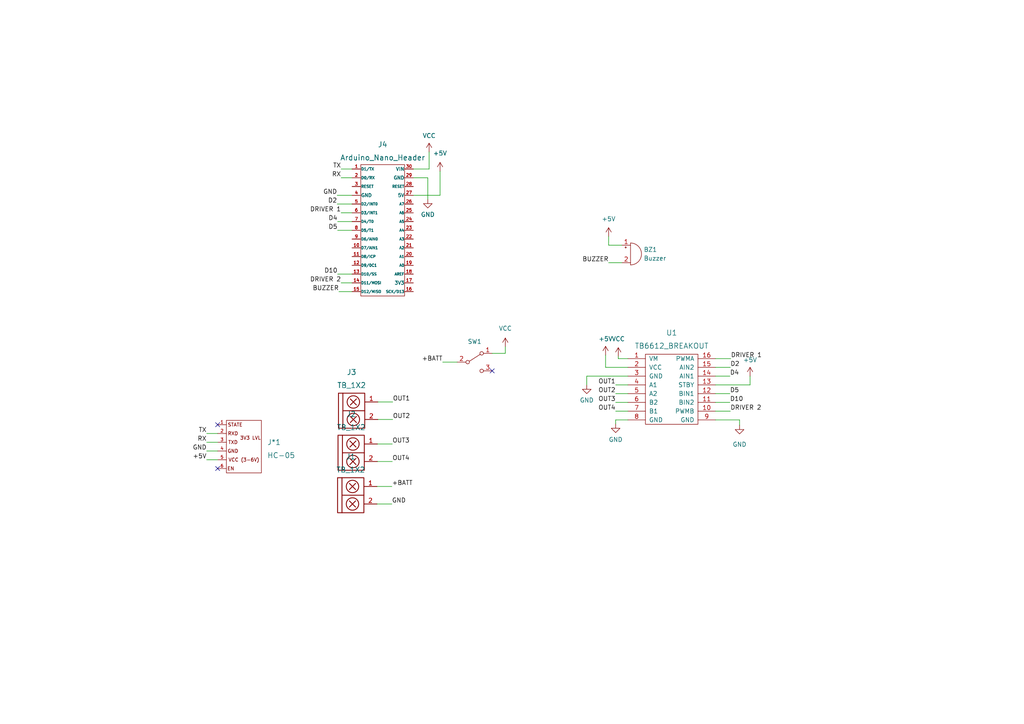
<source format=kicad_sch>
(kicad_sch (version 20211123) (generator eeschema)
  (paper "A4")
  (lib_symbols
    (symbol "EESTN5:Arduino_Nano_Header" (pin_names (offset 0.0254))
      (property "Reference" "J" (at 0 20.32 0))
      (property "Value" "Arduino_Nano_Header" (at 0 -20.32 0))
      (symbol "Arduino_Nano_Header_0_1"
        (rectangle (start 6.35 -19.05) (end -6.35 19.05))
      )
      (symbol "Arduino_Nano_Header_1_1"
        (pin passive line (at -8.89 17.78 0) (length 2.54) (name "D1/TX") (number "1"))
        (pin passive line (at -8.89 -5.08 0) (length 2.54) (name "D7/AIN1") (number "10"))
        (pin passive line (at -8.89 -7.62 0) (length 2.54) (name "D8/ICP") (number "11"))
        (pin passive line (at -8.89 -10.16 0) (length 2.54) (name "D9/0C1") (number "12"))
        (pin passive line (at -8.89 -12.7 0) (length 2.54) (name "D10/SS") (number "13"))
        (pin passive line (at -8.89 -15.24 0) (length 2.54) (name "D11/MOSI") (number "14"))
        (pin passive line (at -8.89 -17.78 0) (length 2.54) (name "D12/MISO") (number "15"))
        (pin passive line (at 8.89 -17.78 180) (length 2.54) (name "SCK/D13") (number "16"))
        (pin passive line (at 8.89 -15.24 180) (length 2.54) (name "3V3") (number "17"))
        (pin passive line (at 8.89 -12.7 180) (length 2.54) (name "AREF") (number "18"))
        (pin passive line (at 8.89 -10.16 180) (length 2.54) (name "A0") (number "19"))
        (pin passive line (at -8.89 15.24 0) (length 2.54) (name "D0/RX") (number "2"))
        (pin passive line (at 8.89 -7.62 180) (length 2.54) (name "A1") (number "20"))
        (pin passive line (at 8.89 -5.08 180) (length 2.54) (name "A2") (number "21"))
        (pin passive line (at 8.89 -2.54 180) (length 2.54) (name "A3") (number "22"))
        (pin passive line (at 8.89 0 180) (length 2.54) (name "A4") (number "23"))
        (pin passive line (at 8.89 2.54 180) (length 2.54) (name "A5") (number "24"))
        (pin passive line (at 8.89 5.08 180) (length 2.54) (name "A6") (number "25"))
        (pin passive line (at 8.89 7.62 180) (length 2.54) (name "A7") (number "26"))
        (pin passive line (at 8.89 10.16 180) (length 2.54) (name "5V") (number "27"))
        (pin passive line (at 8.89 12.7 180) (length 2.54) (name "RESET") (number "28"))
        (pin passive line (at 8.89 15.24 180) (length 2.54) (name "GND") (number "29"))
        (pin passive line (at -8.89 12.7 0) (length 2.54) (name "RESET") (number "3"))
        (pin passive line (at 8.89 17.78 180) (length 2.54) (name "VIN") (number "30"))
        (pin passive line (at -8.89 10.16 0) (length 2.54) (name "GND") (number "4"))
        (pin passive line (at -8.89 7.62 0) (length 2.54) (name "D2/INT0") (number "5"))
        (pin passive line (at -8.89 5.08 0) (length 2.54) (name "D3/INT1") (number "6"))
        (pin passive line (at -8.89 2.54 0) (length 2.54) (name "D4/T0") (number "7"))
        (pin passive line (at -8.89 0 0) (length 2.54) (name "D5/T1") (number "8"))
        (pin passive line (at -8.89 -2.54 0) (length 2.54) (name "D6/AIN0") (number "9"))
      )
    )
    (symbol "EESTN5:Buzzer" (pin_names (offset 0.0254) hide)
      (property "Reference" "BZ" (at 3.81 1.27 0))
      (property "Value" "Buzzer" (at 3.81 -1.27 0))
      (symbol "Buzzer_0_1"
        (arc (start 0 -3.175) (mid 3.175 0) (end 0 3.175))
        (polyline (pts (xy -1.651 1.905) (xy -1.143 1.905)))
        (polyline (pts (xy -1.397 2.159) (xy -1.397 1.651)))
        (polyline (pts (xy 0 3.175) (xy 0 -3.175)))
      )
      (symbol "Buzzer_1_1"
        (pin passive line (at -2.54 2.54 0) (length 2.54) (name "-") (number "1"))
        (pin passive line (at -2.54 -2.54 0) (length 2.54) (name "+") (number "2"))
      )
    )
    (symbol "EESTN5:HC-05" (pin_names (offset 0))
      (property "Reference" "J*" (at 1.27 10.16 0))
      (property "Value" "HC-05" (at 1.27 -10.16 0))
      (symbol "HC-05_0_0"
        (text "3V3 LVL" (at 6.985 2.54 0) (effects (font (size 0.9906 0.9906))))
        (text "EN" (at 1.27 -6.35 0) (effects (font (size 0.9906 0.9906))))
        (text "GND" (at 1.905 -1.27 0) (effects (font (size 0.9906 0.9906))))
        (text "RXD" (at 1.905 3.81 0) (effects (font (size 0.9906 0.9906))))
        (text "STATE" (at 2.54 6.35 0) (effects (font (size 0.9906 0.9906))))
        (text "TXD" (at 1.905 1.27 0) (effects (font (size 0.9906 0.9906))))
        (text "VCC (3-6V)" (at 5.08 -3.81 0) (effects (font (size 0.9906 0.9906))))
      )
      (symbol "HC-05_0_1"
        (rectangle (start 0 7.62) (end 10.16 -7.62))
      )
      (symbol "HC-05_1_1"
        (pin passive line (at -2.54 6.35 0) (length 2.54) (name "~") (number "1"))
        (pin passive line (at -2.54 3.81 0) (length 2.54) (name "~") (number "2"))
        (pin passive line (at -2.54 1.27 0) (length 2.54) (name "~") (number "3"))
        (pin passive line (at -2.54 -1.27 0) (length 2.54) (name "~") (number "4"))
        (pin input line (at -2.54 -3.81 0) (length 2.54) (name "~") (number "5"))
        (pin input line (at -2.54 -6.35 0) (length 2.54) (name "~") (number "6"))
      )
    )
    (symbol "EESTN5:SW_SPDT" (pin_names (offset 0) hide)
      (property "Reference" "SW" (at 0 4.318 0))
      (symbol "SW_SPDT_0_0"
        (circle (center -2.032 0) (radius 0.508))
        (circle (center 2.032 -2.54) (radius 0.508))
      )
      (symbol "SW_SPDT_0_1"
        (polyline (pts (xy -1.524 0.254) (xy 1.651 2.286)))
        (circle (center 2.032 2.54) (radius 0.508))
      )
      (symbol "SW_SPDT_1_1"
        (pin passive line (at 5.08 2.54 180) (length 2.54) (name "A") (number "1"))
        (pin passive line (at -5.08 0 0) (length 2.54) (name "B") (number "2"))
        (pin passive line (at 5.08 -2.54 180) (length 2.54) (name "C") (number "3"))
      )
    )
    (symbol "EESTN5:TB6612_BREAKOUT" (pin_names (offset 1.016))
      (property "Reference" "U" (at 0 11.43 0))
      (property "Value" "TB6612_BREAKOUT" (at 0 -13.97 0))
      (symbol "TB6612_BREAKOUT_0_1"
        (rectangle (start -7.62 10.16) (end 7.62 -10.16))
      )
      (symbol "TB6612_BREAKOUT_1_1"
        (pin passive line (at -12.7 8.89 0) (length 5.08) (name "VM") (number "1"))
        (pin passive line (at 12.7 -6.35 180) (length 5.08) (name "PWMB") (number "10"))
        (pin passive line (at 12.7 -3.81 180) (length 5.08) (name "BIN2") (number "11"))
        (pin passive line (at 12.7 -1.27 180) (length 5.08) (name "BIN1") (number "12"))
        (pin passive line (at 12.7 1.27 180) (length 5.08) (name "STBY") (number "13"))
        (pin passive line (at 12.7 3.81 180) (length 5.08) (name "AIN1") (number "14"))
        (pin passive line (at 12.7 6.35 180) (length 5.08) (name "AIN2") (number "15"))
        (pin passive line (at 12.7 8.89 180) (length 5.08) (name "PWMA") (number "16"))
        (pin passive line (at -12.7 6.35 0) (length 5.08) (name "VCC") (number "2"))
        (pin passive line (at -12.7 3.81 0) (length 5.08) (name "GND") (number "3"))
        (pin passive line (at -12.7 1.27 0) (length 5.08) (name "A1") (number "4"))
        (pin passive line (at -12.7 -1.27 0) (length 5.08) (name "A2") (number "5"))
        (pin passive line (at -12.7 -3.81 0) (length 5.08) (name "B2") (number "6"))
        (pin passive line (at -12.7 -6.35 0) (length 5.08) (name "B1") (number "7"))
        (pin passive line (at -12.7 -8.89 0) (length 5.08) (name "GND") (number "8"))
        (pin passive line (at 12.7 -8.89 180) (length 5.08) (name "GND") (number "9"))
      )
    )
    (symbol "EESTN5:TB_1X2" (pin_names (offset 1.016))
      (property "Reference" "J" (at 0 7.62 0))
      (property "Value" "TB_1X2" (at 1.27 -7.62 0))
      (symbol "TB_1X2_0_1"
        (rectangle (start -2.54 5.08) (end 5.08 -5.08) (stroke (width 0.254)))
        (polyline (pts (xy -1.27 0) (xy 5.08 0)) (stroke (width 0.254)))
        (polyline (pts (xy -1.27 5.08) (xy -1.27 -5.08)) (stroke (width 0.254)))
        (polyline (pts (xy 0.889 -3.429) (xy 2.667 -1.651)) (stroke (width 0.254)))
        (polyline (pts (xy 0.889 -1.651) (xy 2.667 -3.429)) (stroke (width 0.254)))
        (polyline (pts (xy 0.889 1.651) (xy 2.667 3.429)) (stroke (width 0.254)))
        (polyline (pts (xy 0.889 3.429) (xy 2.667 1.651)) (stroke (width 0.254)))
        (circle (center 1.778 -2.54) (radius 1.8034) (stroke (width 0.254)))
        (circle (center 1.778 2.54) (radius 1.8034) (stroke (width 0.254)))
      )
      (symbol "TB_1X2_1_1"
        (pin input line (at 8.89 2.54 180) (length 3.81) (name "~") (number "1"))
        (pin input line (at 8.89 -2.54 180) (length 3.81) (name "~") (number "2"))
      )
    )
    (symbol "VCC_1" (power) (pin_names (offset 0))
      (property "Value" "VCC_1" (at 0 3.81 0))
      (symbol "VCC_1_0_1"
        (polyline (pts (xy -0.762 1.27) (xy 0 2.54)))
        (polyline (pts (xy 0 0) (xy 0 2.54)))
        (polyline (pts (xy 0 2.54) (xy 0.762 1.27)))
      )
      (symbol "VCC_1_1_1"
        (pin power_in line (at 0 0 90) (length 0) hide (name "VCC") (number "1"))
      )
    )
    (symbol "power:+5V" (power) (pin_names (offset 0))
      (property "Value" "+5V" (at 0 3.556 0))
      (symbol "+5V_0_1"
        (polyline (pts (xy -0.762 1.27) (xy 0 2.54)))
        (polyline (pts (xy 0 0) (xy 0 2.54)))
        (polyline (pts (xy 0 2.54) (xy 0.762 1.27)))
      )
      (symbol "+5V_1_1"
        (pin power_in line (at 0 0 90) (length 0) hide (name "+5V") (number "1"))
      )
    )
    (symbol "power:GND" (power) (pin_names (offset 0))
      (property "Value" "GND" (at 0 -3.81 0))
      (symbol "GND_0_1"
        (polyline (pts (xy 0 0) (xy 0 -1.27) (xy 1.27 -1.27) (xy 0 -2.54) (xy -1.27 -1.27) (xy 0 -1.27)))
      )
      (symbol "GND_1_1"
        (pin power_in line (at 0 0 270) (length 0) hide (name "GND") (number "1"))
      )
    )
    (symbol "power:VCC" (power) (pin_names (offset 0))
      (property "Value" "VCC" (at 0 3.81 0))
      (symbol "VCC_0_1"
        (polyline (pts (xy -0.762 1.27) (xy 0 2.54)))
        (polyline (pts (xy 0 0) (xy 0 2.54)))
        (polyline (pts (xy 0 2.54) (xy 0.762 1.27)))
      )
      (symbol "VCC_1_1"
        (pin power_in line (at 0 0 90) (length 0) hide (name "VCC") (number "1"))
      )
    )
  )
  (no_connect (at 142.748 107.569))
  (no_connect (at 63.119 123.19))
  (no_connect (at 63.119 135.89))
  (wire (pts (xy 207.518 111.633) (xy 217.551 111.633)))
  (wire (pts (xy 59.944 128.27) (xy 63.119 128.27)))
  (wire (pts (xy 102.108 59.182) (xy 97.79 59.182)))
  (wire (pts (xy 128.397 105.029) (xy 132.588 105.029)))
  (wire (pts (xy 98.298 84.582) (xy 102.108 84.582)))
  (wire (pts (xy 175.641 102.997) (xy 175.641 106.553)))
  (wire (pts (xy 146.558 100.584) (xy 146.558 102.489)))
  (wire (pts (xy 59.944 133.35) (xy 63.119 133.35)))
  (wire (pts (xy 178.562 121.793) (xy 178.562 122.936)))
  (wire (pts (xy 124.079 51.562) (xy 124.079 57.785)))
  (wire (pts (xy 180.34 71.12) (xy 176.53 71.12)))
  (wire (pts (xy 119.888 56.642) (xy 127.635 56.642)))
  (wire (pts (xy 182.118 104.013) (xy 179.324 104.013)))
  (wire (pts (xy 97.79 56.642) (xy 102.108 56.642)))
  (wire (pts (xy 182.118 111.633) (xy 178.562 111.633)))
  (wire (pts (xy 182.118 109.093) (xy 170.18 109.093)))
  (wire (pts (xy 102.108 64.262) (xy 97.917 64.262)))
  (wire (pts (xy 124.46 44.069) (xy 124.46 49.022)))
  (wire (pts (xy 127.635 49.657) (xy 127.635 56.642)))
  (wire (pts (xy 119.888 49.022) (xy 124.46 49.022)))
  (wire (pts (xy 109.601 116.586) (xy 113.919 116.586)))
  (wire (pts (xy 109.601 121.666) (xy 113.919 121.666)))
  (wire (pts (xy 217.551 109.093) (xy 217.551 111.633)))
  (wire (pts (xy 182.118 116.713) (xy 178.562 116.713)))
  (wire (pts (xy 207.518 114.173) (xy 211.709 114.173)))
  (wire (pts (xy 142.748 102.489) (xy 146.558 102.489)))
  (wire (pts (xy 207.518 109.093) (xy 211.709 109.093)))
  (wire (pts (xy 98.933 51.562) (xy 102.108 51.562)))
  (wire (pts (xy 119.888 51.562) (xy 124.079 51.562)))
  (wire (pts (xy 98.933 82.042) (xy 102.108 82.042)))
  (wire (pts (xy 176.53 76.2) (xy 180.34 76.2)))
  (wire (pts (xy 214.503 121.793) (xy 214.503 123.317)))
  (wire (pts (xy 170.18 109.093) (xy 170.18 111.633)))
  (wire (pts (xy 98.933 61.722) (xy 102.108 61.722)))
  (wire (pts (xy 59.944 130.81) (xy 63.119 130.81)))
  (wire (pts (xy 207.518 104.013) (xy 211.963 104.013)))
  (wire (pts (xy 207.518 116.713) (xy 211.709 116.713)))
  (wire (pts (xy 109.347 146.177) (xy 113.665 146.177)))
  (wire (pts (xy 182.118 119.253) (xy 178.562 119.253)))
  (wire (pts (xy 207.518 106.553) (xy 211.836 106.553)))
  (wire (pts (xy 102.108 79.502) (xy 97.917 79.502)))
  (wire (pts (xy 109.474 128.778) (xy 113.792 128.778)))
  (wire (pts (xy 176.53 68.58) (xy 176.53 71.12)))
  (wire (pts (xy 207.518 121.793) (xy 214.503 121.793)))
  (wire (pts (xy 98.933 49.022) (xy 102.108 49.022)))
  (wire (pts (xy 102.108 66.802) (xy 97.917 66.802)))
  (wire (pts (xy 109.347 141.097) (xy 113.665 141.097)))
  (wire (pts (xy 182.118 106.553) (xy 175.641 106.553)))
  (wire (pts (xy 109.474 133.858) (xy 113.792 133.858)))
  (wire (pts (xy 182.118 114.173) (xy 178.562 114.173)))
  (wire (pts (xy 207.518 119.253) (xy 211.836 119.253)))
  (wire (pts (xy 182.118 121.793) (xy 178.562 121.793)))
  (wire (pts (xy 179.324 103.378) (xy 179.324 104.013)))
  (wire (pts (xy 59.944 125.73) (xy 63.119 125.73)))
  (label "D5" (at 97.917 66.802 180))
  (label "RX" (at 59.944 128.27 180))
  (label "+BATT" (at 113.665 141.097 0))
  (label "DRIVER 1" (at 211.963 104.013 0))
  (label "D2" (at 97.79 59.182 180))
  (label "OUT4" (at 113.792 133.858 0))
  (label "TX" (at 59.944 125.73 180))
  (label "D4" (at 97.917 64.262 180))
  (label "DRIVER 2" (at 211.836 119.253 0))
  (label "OUT1" (at 178.562 111.633 180))
  (label "OUT2" (at 178.562 114.173 180))
  (label "BUZZER" (at 98.298 84.582 180))
  (label "DRIVER 2" (at 98.933 82.042 180))
  (label "OUT2" (at 113.919 121.666 0))
  (label "DRIVER 1" (at 98.933 61.722 180))
  (label "RX" (at 98.933 51.562 180))
  (label "OUT1" (at 113.919 116.586 0))
  (label "+BATT" (at 128.397 105.029 180))
  (label "GND" (at 97.79 56.642 180))
  (label "TX" (at 98.933 49.022 180))
  (label "GND" (at 59.944 130.81 180))
  (label "OUT4" (at 178.562 119.253 180))
  (label "+5V" (at 59.944 133.35 180))
  (label "D10" (at 97.917 79.502 180))
  (label "GND" (at 113.665 146.177 0))
  (label "D4" (at 211.709 109.093 0))
  (label "D5" (at 211.709 114.173 0))
  (label "OUT3" (at 178.562 116.713 180))
  (label "D2" (at 211.836 106.553 0))
  (label "BUZZER" (at 176.53 76.2 180))
  (label "D10" (at 211.709 116.713 0))
  (label "OUT3" (at 113.792 128.778 0))
  (symbol (lib_id "power:+5V") (at 127.635 49.657 0) (unit 1)
    (property "Reference" "#PWR0110" (effects hide))
    (property "Value" "+5V" (at 127.635 44.45 0))
  )
  (symbol (lib_id "power:+5V") (at 217.551 109.093 0) (unit 1)
    (property "Reference" "#PWR0101" (effects hide))
    (property "Value" "+5V" (at 217.551 104.394 0))
  )
  (symbol (lib_id "EESTN5:HC-05") (at 65.659 129.54 0) (unit 1)
    (property "Reference" "J*1" (at 77.47 128.27 0) (effects (font (size 1.524 1.524)) (justify left)))
    (property "Value" "HC-05" (at 77.47 132.08 0) (effects (font (size 1.524 1.524)) (justify left)))
    (property "Footprint" "EESTN5 - Librerias Kicad:HC-05" (effects hide))
  )
  (symbol (lib_id "power:GND") (at 170.18 111.633 0) (unit 1)
    (property "Reference" "#PWR0103" (effects hide))
    (property "Value" "GND" (at 170.18 116.078 0))
  )
  (symbol (lib_id "power:GND") (at 178.562 122.936 0) (unit 1)
    (property "Reference" "#PWR0102" (effects hide))
    (property "Value" "GND" (at 178.562 127.508 0))
  )
  (symbol (lib_id "EESTN5:TB_1X2") (at 100.584 131.318 0) (unit 1)
    (property "Reference" "J2" (at 101.854 120.142 0) (effects (font (size 1.524 1.524))))
    (property "Value" "TB_1X2" (at 101.854 123.952 0) (effects (font (size 1.524 1.524))))
    (property "Footprint" "EESTN5 - Librerias Kicad:BORNERA2_AZUL" (effects hide))
  )
  (symbol (lib_id "EESTN5:TB_1X2") (at 100.457 143.637 0) (unit 1)
    (property "Reference" "J1" (at 101.727 132.461 0) (effects (font (size 1.524 1.524))))
    (property "Value" "TB_1X2" (at 101.727 136.271 0) (effects (font (size 1.524 1.524))))
    (property "Footprint" "EESTN5 - Librerias Kicad:BORNERA2_AZUL" (effects hide))
  )
  (symbol (lib_id "power:VCC") (at 146.558 100.584 0) (unit 1)
    (property "Reference" "#PWR0108" (effects hide))
    (property "Value" "VCC" (at 146.558 95.25 0))
  )
  (symbol (lib_id "EESTN5:Buzzer") (at 182.88 73.66 0) (unit 1)
    (property "Reference" "BZ1" (at 186.69 72.3899 0) (effects (justify left)))
    (property "Value" "Buzzer" (at 186.69 74.9299 0) (effects (justify left)))
    (property "Footprint" "EESTN5:Buzzer_12mm" (effects hide))
  )
  (symbol (lib_id "EESTN5:SW_SPDT") (at 137.668 105.029 0) (unit 1)
    (property "Reference" "SW1" (at 137.668 99.06 0))
    (property "Value" "SW_SPDT" (effects hide))
    (property "Footprint" "EESTN5 - Librerias Kicad:SW_SPDT_TH_Vertical" (effects hide))
  )
  (symbol (lib_id "EESTN5:TB6612_BREAKOUT") (at 194.818 112.903 0) (unit 1)
    (property "Reference" "U1" (at 194.818 96.52 0) (effects (font (size 1.524 1.524))))
    (property "Value" "TB6612_BREAKOUT" (at 194.818 100.33 0) (effects (font (size 1.524 1.524))))
    (property "Footprint" "EESTN5 - Librerias Kicad:TB6612_Breakout" (effects hide))
  )
  (symbol (lib_id "power:GND") (at 214.503 123.317 0) (unit 1)
    (property "Reference" "#PWR0104" (effects hide))
    (property "Value" "GND" (at 214.503 128.905 0))
  )
  (symbol (lib_name "VCC_1") (lib_id "power:VCC") (at 179.324 103.378 0) (unit 1)
    (property "Reference" "#PWR0106" (effects hide))
    (property "Value" "VCC" (at 179.324 98.298 0))
  )
  (symbol (lib_id "EESTN5:TB_1X2") (at 100.711 119.126 0) (unit 1)
    (property "Reference" "J3" (at 101.981 107.95 0) (effects (font (size 1.524 1.524))))
    (property "Value" "TB_1X2" (at 101.981 111.76 0) (effects (font (size 1.524 1.524))))
    (property "Footprint" "EESTN5 - Librerias Kicad:BORNERA2_AZUL" (effects hide))
  )
  (symbol (lib_id "power:GND") (at 124.079 57.785 0) (unit 1)
    (property "Reference" "#PWR0109" (effects hide))
    (property "Value" "GND" (at 124.079 62.23 0))
  )
  (symbol (lib_id "power:+5V") (at 176.53 68.58 0) (unit 1)
    (property "Reference" "#PWR0107" (effects hide))
    (property "Value" "+5V" (at 176.53 63.5 0))
  )
  (symbol (lib_id "power:+5V") (at 175.641 102.997 0) (unit 1)
    (property "Reference" "#PWR0105" (effects hide))
    (property "Value" "+5V" (at 175.641 98.298 0))
  )
  (symbol (lib_id "power:VCC") (at 124.46 44.069 0) (unit 1)
    (property "Reference" "#PWR0111" (effects hide))
    (property "Value" "VCC" (at 124.46 39.37 0))
  )
  (symbol (lib_id "EESTN5:Arduino_Nano_Header") (at 110.998 66.802 0) (unit 1)
    (property "Reference" "J4" (at 110.998 41.91 0) (effects (font (size 1.524 1.524))))
    (property "Value" "Arduino_Nano_Header" (at 110.998 45.72 0) (effects (font (size 1.524 1.524))))
    (property "Footprint" "EESTN5 - Librerias Kicad:arduino_nano_header" (effects hide))
  )
)
</source>
